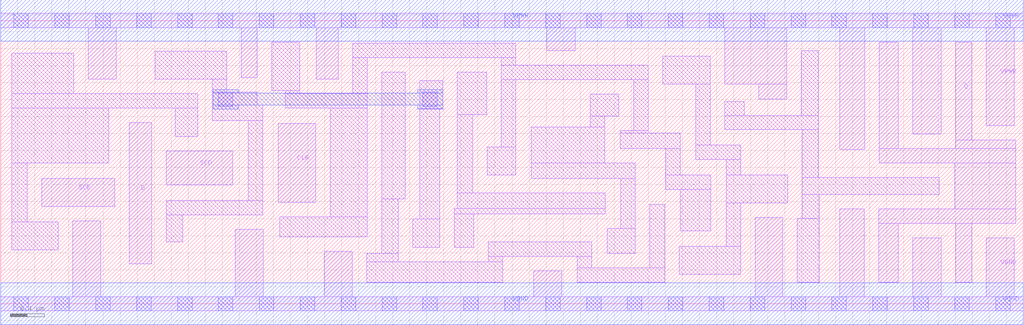
<source format=lef>
# Copyright 2020 The SkyWater PDK Authors
#
# Licensed under the Apache License, Version 2.0 (the "License");
# you may not use this file except in compliance with the License.
# You may obtain a copy of the License at
#
#     https://www.apache.org/licenses/LICENSE-2.0
#
# Unless required by applicable law or agreed to in writing, software
# distributed under the License is distributed on an "AS IS" BASIS,
# WITHOUT WARRANTIES OR CONDITIONS OF ANY KIND, either express or implied.
# See the License for the specific language governing permissions and
# limitations under the License.
#
# SPDX-License-Identifier: Apache-2.0

VERSION 5.7 ;
  NAMESCASESENSITIVE ON ;
  NOWIREEXTENSIONATPIN ON ;
  DIVIDERCHAR "/" ;
  BUSBITCHARS "[]" ;
UNITS
  DATABASE MICRONS 200 ;
END UNITS
MACRO sky130_fd_sc_lp__sdfxtp_4
  CLASS CORE ;
  SOURCE USER ;
  FOREIGN sky130_fd_sc_lp__sdfxtp_4 ;
  ORIGIN  0.000000  0.000000 ;
  SIZE  12.00000 BY  3.330000 ;
  SYMMETRY X Y R90 ;
  SITE unit ;
  PIN D
    ANTENNAGATEAREA  0.159000 ;
    DIRECTION INPUT ;
    USE SIGNAL ;
    PORT
      LAYER li1 ;
        RECT 1.510000 0.470000 1.775000 2.130000 ;
    END
  END D
  PIN Q
    ANTENNADIFFAREA  1.176000 ;
    DIRECTION OUTPUT ;
    USE SIGNAL ;
    PORT
      LAYER li1 ;
        RECT 10.305000 0.255000 10.535000 0.945000 ;
        RECT 10.305000 0.945000 11.910000 1.115000 ;
        RECT 10.310000 1.655000 11.910000 1.825000 ;
        RECT 10.310000 1.825000 10.535000 3.075000 ;
        RECT 11.195000 1.115000 11.910000 1.655000 ;
        RECT 11.205000 0.255000 11.395000 0.945000 ;
        RECT 11.205000 1.825000 11.910000 1.925000 ;
        RECT 11.205000 1.925000 11.395000 3.075000 ;
    END
  END Q
  PIN SCD
    ANTENNAGATEAREA  0.159000 ;
    DIRECTION INPUT ;
    USE SIGNAL ;
    PORT
      LAYER li1 ;
        RECT 1.945000 1.395000 2.725000 1.795000 ;
    END
  END SCD
  PIN SCE
    ANTENNAGATEAREA  0.318000 ;
    DIRECTION INPUT ;
    USE SIGNAL ;
    PORT
      LAYER li1 ;
        RECT 0.480000 1.145000 1.340000 1.475000 ;
    END
  END SCE
  PIN CLK
    ANTENNAGATEAREA  0.159000 ;
    DIRECTION INPUT ;
    USE CLOCK ;
    PORT
      LAYER li1 ;
        RECT 3.255000 1.190000 3.695000 2.120000 ;
    END
  END CLK
  PIN VGND
    DIRECTION INOUT ;
    USE GROUND ;
    PORT
      LAYER li1 ;
        RECT  0.000000 -0.085000 12.000000 0.085000 ;
        RECT  0.845000  0.085000  1.175000 0.975000 ;
        RECT  2.750000  0.085000  3.080000 0.875000 ;
        RECT  3.795000  0.085000  4.125000 0.615000 ;
        RECT  6.255000  0.085000  6.585000 0.385000 ;
        RECT  8.855000  0.085000  9.175000 1.015000 ;
        RECT  9.845000  0.085000 10.135000 1.115000 ;
        RECT 10.705000  0.085000 11.035000 0.775000 ;
        RECT 11.565000  0.085000 11.895000 0.775000 ;
      LAYER mcon ;
        RECT  0.155000 -0.085000  0.325000 0.085000 ;
        RECT  0.635000 -0.085000  0.805000 0.085000 ;
        RECT  1.115000 -0.085000  1.285000 0.085000 ;
        RECT  1.595000 -0.085000  1.765000 0.085000 ;
        RECT  2.075000 -0.085000  2.245000 0.085000 ;
        RECT  2.555000 -0.085000  2.725000 0.085000 ;
        RECT  3.035000 -0.085000  3.205000 0.085000 ;
        RECT  3.515000 -0.085000  3.685000 0.085000 ;
        RECT  3.995000 -0.085000  4.165000 0.085000 ;
        RECT  4.475000 -0.085000  4.645000 0.085000 ;
        RECT  4.955000 -0.085000  5.125000 0.085000 ;
        RECT  5.435000 -0.085000  5.605000 0.085000 ;
        RECT  5.915000 -0.085000  6.085000 0.085000 ;
        RECT  6.395000 -0.085000  6.565000 0.085000 ;
        RECT  6.875000 -0.085000  7.045000 0.085000 ;
        RECT  7.355000 -0.085000  7.525000 0.085000 ;
        RECT  7.835000 -0.085000  8.005000 0.085000 ;
        RECT  8.315000 -0.085000  8.485000 0.085000 ;
        RECT  8.795000 -0.085000  8.965000 0.085000 ;
        RECT  9.275000 -0.085000  9.445000 0.085000 ;
        RECT  9.755000 -0.085000  9.925000 0.085000 ;
        RECT 10.235000 -0.085000 10.405000 0.085000 ;
        RECT 10.715000 -0.085000 10.885000 0.085000 ;
        RECT 11.195000 -0.085000 11.365000 0.085000 ;
        RECT 11.675000 -0.085000 11.845000 0.085000 ;
      LAYER met1 ;
        RECT 0.000000 -0.245000 12.000000 0.245000 ;
    END
  END VGND
  PIN VPWR
    DIRECTION INOUT ;
    USE POWER ;
    PORT
      LAYER li1 ;
        RECT  0.000000 3.245000 12.000000 3.415000 ;
        RECT  1.025000 2.640000  1.355000 3.245000 ;
        RECT  2.820000 2.660000  3.010000 3.245000 ;
        RECT  3.700000 2.640000  3.960000 3.245000 ;
        RECT  6.410000 2.975000  6.740000 3.245000 ;
        RECT  8.495000 2.580000  9.225000 3.245000 ;
        RECT  8.895000 2.405000  9.225000 2.580000 ;
        RECT  9.845000 1.815000 10.140000 3.245000 ;
        RECT 10.705000 1.995000 11.035000 3.245000 ;
        RECT 11.565000 2.095000 11.895000 3.245000 ;
      LAYER mcon ;
        RECT  0.155000 3.245000  0.325000 3.415000 ;
        RECT  0.635000 3.245000  0.805000 3.415000 ;
        RECT  1.115000 3.245000  1.285000 3.415000 ;
        RECT  1.595000 3.245000  1.765000 3.415000 ;
        RECT  2.075000 3.245000  2.245000 3.415000 ;
        RECT  2.555000 3.245000  2.725000 3.415000 ;
        RECT  3.035000 3.245000  3.205000 3.415000 ;
        RECT  3.515000 3.245000  3.685000 3.415000 ;
        RECT  3.995000 3.245000  4.165000 3.415000 ;
        RECT  4.475000 3.245000  4.645000 3.415000 ;
        RECT  4.955000 3.245000  5.125000 3.415000 ;
        RECT  5.435000 3.245000  5.605000 3.415000 ;
        RECT  5.915000 3.245000  6.085000 3.415000 ;
        RECT  6.395000 3.245000  6.565000 3.415000 ;
        RECT  6.875000 3.245000  7.045000 3.415000 ;
        RECT  7.355000 3.245000  7.525000 3.415000 ;
        RECT  7.835000 3.245000  8.005000 3.415000 ;
        RECT  8.315000 3.245000  8.485000 3.415000 ;
        RECT  8.795000 3.245000  8.965000 3.415000 ;
        RECT  9.275000 3.245000  9.445000 3.415000 ;
        RECT  9.755000 3.245000  9.925000 3.415000 ;
        RECT 10.235000 3.245000 10.405000 3.415000 ;
        RECT 10.715000 3.245000 10.885000 3.415000 ;
        RECT 11.195000 3.245000 11.365000 3.415000 ;
        RECT 11.675000 3.245000 11.845000 3.415000 ;
      LAYER met1 ;
        RECT 0.000000 3.085000 12.000000 3.575000 ;
    END
  END VPWR
  OBS
    LAYER li1 ;
      RECT 0.130000 0.635000  0.675000 0.965000 ;
      RECT 0.130000 0.965000  0.310000 1.655000 ;
      RECT 0.130000 1.655000  1.270000 2.300000 ;
      RECT 0.130000 2.300000  2.310000 2.470000 ;
      RECT 0.130000 2.470000  0.855000 2.945000 ;
      RECT 1.815000 2.640000  2.650000 2.970000 ;
      RECT 1.945000 0.725000  2.135000 1.045000 ;
      RECT 1.945000 1.045000  3.075000 1.215000 ;
      RECT 2.050000 1.965000  2.310000 2.300000 ;
      RECT 2.480000 2.155000  3.075000 2.335000 ;
      RECT 2.480000 2.335000  3.010000 2.490000 ;
      RECT 2.480000 2.490000  2.650000 2.640000 ;
      RECT 2.905000 1.215000  3.075000 2.155000 ;
      RECT 3.180000 2.505000  3.510000 3.075000 ;
      RECT 3.275000 0.785000  4.300000 1.020000 ;
      RECT 3.340000 2.300000  4.300000 2.470000 ;
      RECT 3.340000 2.470000  3.510000 2.505000 ;
      RECT 3.865000 1.020000  4.300000 2.300000 ;
      RECT 4.130000 2.470000  4.300000 2.895000 ;
      RECT 4.130000 2.895000  6.045000 3.065000 ;
      RECT 4.295000 0.255000  5.890000 0.495000 ;
      RECT 4.295000 0.495000  4.665000 0.595000 ;
      RECT 4.470000 0.595000  4.665000 1.235000 ;
      RECT 4.470000 1.235000  4.750000 2.725000 ;
      RECT 4.835000 0.665000  5.150000 0.995000 ;
      RECT 4.920000 0.995000  5.150000 2.295000 ;
      RECT 4.920000 2.295000  5.190000 2.625000 ;
      RECT 5.320000 0.665000  5.550000 1.055000 ;
      RECT 5.320000 1.055000  7.095000 1.120000 ;
      RECT 5.360000 1.120000  7.095000 1.305000 ;
      RECT 5.360000 1.305000  5.540000 2.225000 ;
      RECT 5.360000 2.225000  5.705000 2.725000 ;
      RECT 5.710000 1.515000  6.045000 1.845000 ;
      RECT 5.720000 0.495000  5.890000 0.555000 ;
      RECT 5.720000 0.555000  6.935000 0.725000 ;
      RECT 5.875000 1.845000  6.045000 2.635000 ;
      RECT 5.875000 2.635000  7.600000 2.805000 ;
      RECT 5.875000 2.805000  6.045000 2.895000 ;
      RECT 6.225000 1.475000  7.445000 1.655000 ;
      RECT 6.225000 1.655000  7.090000 2.075000 ;
      RECT 6.765000 0.255000  7.795000 0.425000 ;
      RECT 6.765000 0.425000  6.935000 0.555000 ;
      RECT 6.920000 2.075000  7.090000 2.205000 ;
      RECT 6.920000 2.205000  7.250000 2.465000 ;
      RECT 7.115000 0.595000  7.445000 0.885000 ;
      RECT 7.270000 1.825000  7.975000 2.005000 ;
      RECT 7.270000 2.005000  7.600000 2.035000 ;
      RECT 7.275000 0.885000  7.445000 1.475000 ;
      RECT 7.430000 2.035000  7.600000 2.635000 ;
      RECT 7.615000 0.425000  7.795000 1.165000 ;
      RECT 7.770000 2.580000  8.325000 2.910000 ;
      RECT 7.805000 1.345000  8.335000 1.515000 ;
      RECT 7.805000 1.515000  7.975000 1.825000 ;
      RECT 7.965000 0.345000  8.685000 0.675000 ;
      RECT 7.975000 0.855000  8.335000 1.345000 ;
      RECT 8.155000 1.695000  8.685000 1.865000 ;
      RECT 8.155000 1.865000  8.325000 2.580000 ;
      RECT 8.495000 2.045000  9.595000 2.215000 ;
      RECT 8.495000 2.215000  8.725000 2.375000 ;
      RECT 8.515000 0.675000  8.685000 1.185000 ;
      RECT 8.515000 1.185000  9.235000 1.515000 ;
      RECT 8.515000 1.515000  8.685000 1.695000 ;
      RECT 9.345000 0.255000  9.605000 1.005000 ;
      RECT 9.395000 2.215000  9.595000 2.975000 ;
      RECT 9.405000 1.005000  9.605000 1.285000 ;
      RECT 9.405000 1.285000 11.015000 1.485000 ;
      RECT 9.405000 1.485000  9.595000 2.045000 ;
    LAYER mcon ;
      RECT 2.555000 2.320000 2.725000 2.490000 ;
      RECT 4.955000 2.320000 5.125000 2.490000 ;
    LAYER met1 ;
      RECT 2.495000 2.290000 2.785000 2.335000 ;
      RECT 2.495000 2.335000 5.185000 2.475000 ;
      RECT 2.495000 2.475000 2.785000 2.520000 ;
      RECT 4.895000 2.290000 5.185000 2.335000 ;
      RECT 4.895000 2.475000 5.185000 2.520000 ;
  END
END sky130_fd_sc_lp__sdfxtp_4

</source>
